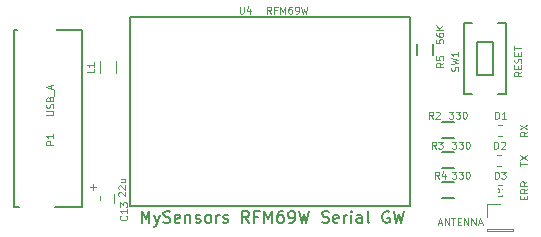
<source format=gto>
G04 #@! TF.GenerationSoftware,KiCad,Pcbnew,no-vcs-found-996cba7~58~ubuntu16.04.1*
G04 #@! TF.CreationDate,2017-03-17T17:02:03+02:00*
G04 #@! TF.ProjectId,serial_gw,73657269616C5F67772E6B696361645F,rev?*
G04 #@! TF.FileFunction,Legend,Top*
G04 #@! TF.FilePolarity,Positive*
%FSLAX46Y46*%
G04 Gerber Fmt 4.6, Leading zero omitted, Abs format (unit mm)*
G04 Created by KiCad (PCBNEW no-vcs-found-996cba7~58~ubuntu16.04.1) date Fri Mar 17 17:02:03 2017*
%MOMM*%
%LPD*%
G01*
G04 APERTURE LIST*
%ADD10C,0.100000*%
%ADD11C,0.120000*%
%ADD12C,0.200000*%
%ADD13C,0.150000*%
%ADD14R,1.750000X1.750000*%
%ADD15C,3.399740*%
%ADD16C,1.901140*%
%ADD17R,1.150000X1.600000*%
%ADD18R,2.000000X2.400000*%
%ADD19R,1.200000X1.200000*%
%ADD20R,1.600000X1.300000*%
%ADD21R,1.300000X1.600000*%
%ADD22R,3.400000X1.600000*%
G04 APERTURE END LIST*
D10*
D11*
X78071428Y-89642857D02*
X78528571Y-89642857D01*
X78300000Y-89871428D02*
X78300000Y-89414285D01*
D12*
X82424380Y-92654380D02*
X82424380Y-91654380D01*
X82757714Y-92368666D01*
X83091047Y-91654380D01*
X83091047Y-92654380D01*
X83472000Y-91987714D02*
X83710095Y-92654380D01*
X83948190Y-91987714D02*
X83710095Y-92654380D01*
X83614857Y-92892476D01*
X83567238Y-92940095D01*
X83472000Y-92987714D01*
X84281523Y-92606761D02*
X84424380Y-92654380D01*
X84662476Y-92654380D01*
X84757714Y-92606761D01*
X84805333Y-92559142D01*
X84852952Y-92463904D01*
X84852952Y-92368666D01*
X84805333Y-92273428D01*
X84757714Y-92225809D01*
X84662476Y-92178190D01*
X84472000Y-92130571D01*
X84376761Y-92082952D01*
X84329142Y-92035333D01*
X84281523Y-91940095D01*
X84281523Y-91844857D01*
X84329142Y-91749619D01*
X84376761Y-91702000D01*
X84472000Y-91654380D01*
X84710095Y-91654380D01*
X84852952Y-91702000D01*
X85662476Y-92606761D02*
X85567238Y-92654380D01*
X85376761Y-92654380D01*
X85281523Y-92606761D01*
X85233904Y-92511523D01*
X85233904Y-92130571D01*
X85281523Y-92035333D01*
X85376761Y-91987714D01*
X85567238Y-91987714D01*
X85662476Y-92035333D01*
X85710095Y-92130571D01*
X85710095Y-92225809D01*
X85233904Y-92321047D01*
X86138666Y-91987714D02*
X86138666Y-92654380D01*
X86138666Y-92082952D02*
X86186285Y-92035333D01*
X86281523Y-91987714D01*
X86424380Y-91987714D01*
X86519619Y-92035333D01*
X86567238Y-92130571D01*
X86567238Y-92654380D01*
X86995809Y-92606761D02*
X87091047Y-92654380D01*
X87281523Y-92654380D01*
X87376761Y-92606761D01*
X87424380Y-92511523D01*
X87424380Y-92463904D01*
X87376761Y-92368666D01*
X87281523Y-92321047D01*
X87138666Y-92321047D01*
X87043428Y-92273428D01*
X86995809Y-92178190D01*
X86995809Y-92130571D01*
X87043428Y-92035333D01*
X87138666Y-91987714D01*
X87281523Y-91987714D01*
X87376761Y-92035333D01*
X87995809Y-92654380D02*
X87900571Y-92606761D01*
X87852952Y-92559142D01*
X87805333Y-92463904D01*
X87805333Y-92178190D01*
X87852952Y-92082952D01*
X87900571Y-92035333D01*
X87995809Y-91987714D01*
X88138666Y-91987714D01*
X88233904Y-92035333D01*
X88281523Y-92082952D01*
X88329142Y-92178190D01*
X88329142Y-92463904D01*
X88281523Y-92559142D01*
X88233904Y-92606761D01*
X88138666Y-92654380D01*
X87995809Y-92654380D01*
X88757714Y-92654380D02*
X88757714Y-91987714D01*
X88757714Y-92178190D02*
X88805333Y-92082952D01*
X88852952Y-92035333D01*
X88948190Y-91987714D01*
X89043428Y-91987714D01*
X89329142Y-92606761D02*
X89424380Y-92654380D01*
X89614857Y-92654380D01*
X89710095Y-92606761D01*
X89757714Y-92511523D01*
X89757714Y-92463904D01*
X89710095Y-92368666D01*
X89614857Y-92321047D01*
X89472000Y-92321047D01*
X89376761Y-92273428D01*
X89329142Y-92178190D01*
X89329142Y-92130571D01*
X89376761Y-92035333D01*
X89472000Y-91987714D01*
X89614857Y-91987714D01*
X89710095Y-92035333D01*
X91519619Y-92654380D02*
X91186285Y-92178190D01*
X90948190Y-92654380D02*
X90948190Y-91654380D01*
X91329142Y-91654380D01*
X91424380Y-91702000D01*
X91472000Y-91749619D01*
X91519619Y-91844857D01*
X91519619Y-91987714D01*
X91472000Y-92082952D01*
X91424380Y-92130571D01*
X91329142Y-92178190D01*
X90948190Y-92178190D01*
X92281523Y-92130571D02*
X91948190Y-92130571D01*
X91948190Y-92654380D02*
X91948190Y-91654380D01*
X92424380Y-91654380D01*
X92805333Y-92654380D02*
X92805333Y-91654380D01*
X93138666Y-92368666D01*
X93472000Y-91654380D01*
X93472000Y-92654380D01*
X94376761Y-91654380D02*
X94186285Y-91654380D01*
X94091047Y-91702000D01*
X94043428Y-91749619D01*
X93948190Y-91892476D01*
X93900571Y-92082952D01*
X93900571Y-92463904D01*
X93948190Y-92559142D01*
X93995809Y-92606761D01*
X94091047Y-92654380D01*
X94281523Y-92654380D01*
X94376761Y-92606761D01*
X94424380Y-92559142D01*
X94472000Y-92463904D01*
X94472000Y-92225809D01*
X94424380Y-92130571D01*
X94376761Y-92082952D01*
X94281523Y-92035333D01*
X94091047Y-92035333D01*
X93995809Y-92082952D01*
X93948190Y-92130571D01*
X93900571Y-92225809D01*
X94948190Y-92654380D02*
X95138666Y-92654380D01*
X95233904Y-92606761D01*
X95281523Y-92559142D01*
X95376761Y-92416285D01*
X95424380Y-92225809D01*
X95424380Y-91844857D01*
X95376761Y-91749619D01*
X95329142Y-91702000D01*
X95233904Y-91654380D01*
X95043428Y-91654380D01*
X94948190Y-91702000D01*
X94900571Y-91749619D01*
X94852952Y-91844857D01*
X94852952Y-92082952D01*
X94900571Y-92178190D01*
X94948190Y-92225809D01*
X95043428Y-92273428D01*
X95233904Y-92273428D01*
X95329142Y-92225809D01*
X95376761Y-92178190D01*
X95424380Y-92082952D01*
X95757714Y-91654380D02*
X95995809Y-92654380D01*
X96186285Y-91940095D01*
X96376761Y-92654380D01*
X96614857Y-91654380D01*
X97710095Y-92606761D02*
X97852952Y-92654380D01*
X98091047Y-92654380D01*
X98186285Y-92606761D01*
X98233904Y-92559142D01*
X98281523Y-92463904D01*
X98281523Y-92368666D01*
X98233904Y-92273428D01*
X98186285Y-92225809D01*
X98091047Y-92178190D01*
X97900571Y-92130571D01*
X97805333Y-92082952D01*
X97757714Y-92035333D01*
X97710095Y-91940095D01*
X97710095Y-91844857D01*
X97757714Y-91749619D01*
X97805333Y-91702000D01*
X97900571Y-91654380D01*
X98138666Y-91654380D01*
X98281523Y-91702000D01*
X99091047Y-92606761D02*
X98995809Y-92654380D01*
X98805333Y-92654380D01*
X98710095Y-92606761D01*
X98662476Y-92511523D01*
X98662476Y-92130571D01*
X98710095Y-92035333D01*
X98805333Y-91987714D01*
X98995809Y-91987714D01*
X99091047Y-92035333D01*
X99138666Y-92130571D01*
X99138666Y-92225809D01*
X98662476Y-92321047D01*
X99567238Y-92654380D02*
X99567238Y-91987714D01*
X99567238Y-92178190D02*
X99614857Y-92082952D01*
X99662476Y-92035333D01*
X99757714Y-91987714D01*
X99852952Y-91987714D01*
X100186285Y-92654380D02*
X100186285Y-91987714D01*
X100186285Y-91654380D02*
X100138666Y-91702000D01*
X100186285Y-91749619D01*
X100233904Y-91702000D01*
X100186285Y-91654380D01*
X100186285Y-91749619D01*
X101091047Y-92654380D02*
X101091047Y-92130571D01*
X101043428Y-92035333D01*
X100948190Y-91987714D01*
X100757714Y-91987714D01*
X100662476Y-92035333D01*
X101091047Y-92606761D02*
X100995809Y-92654380D01*
X100757714Y-92654380D01*
X100662476Y-92606761D01*
X100614857Y-92511523D01*
X100614857Y-92416285D01*
X100662476Y-92321047D01*
X100757714Y-92273428D01*
X100995809Y-92273428D01*
X101091047Y-92225809D01*
X101710095Y-92654380D02*
X101614857Y-92606761D01*
X101567238Y-92511523D01*
X101567238Y-91654380D01*
X103376761Y-91702000D02*
X103281523Y-91654380D01*
X103138666Y-91654380D01*
X102995809Y-91702000D01*
X102900571Y-91797238D01*
X102852952Y-91892476D01*
X102805333Y-92082952D01*
X102805333Y-92225809D01*
X102852952Y-92416285D01*
X102900571Y-92511523D01*
X102995809Y-92606761D01*
X103138666Y-92654380D01*
X103233904Y-92654380D01*
X103376761Y-92606761D01*
X103424380Y-92559142D01*
X103424380Y-92225809D01*
X103233904Y-92225809D01*
X103757714Y-91654380D02*
X103995809Y-92654380D01*
X104186285Y-91940095D01*
X104376761Y-92654380D01*
X104614857Y-91654380D01*
D11*
X111656000Y-93202000D02*
X111656000Y-93322000D01*
X111656000Y-93322000D02*
X113896000Y-93322000D01*
X113896000Y-93322000D02*
X113896000Y-93202000D01*
X113896000Y-93202000D02*
X111656000Y-93202000D01*
X111656000Y-92202000D02*
X111656000Y-91082000D01*
X111656000Y-91082000D02*
X112776000Y-91082000D01*
D13*
X71604880Y-91359000D02*
X72107387Y-91359000D01*
X75004351Y-91359000D02*
X77350000Y-91359000D01*
X75203930Y-76373000D02*
X77350000Y-76373000D01*
X71604880Y-91359000D02*
X71604880Y-76373000D01*
X77350000Y-91359000D02*
X77350000Y-76373000D01*
X71604526Y-76373000D02*
X71907046Y-76373000D01*
D11*
X80102000Y-90262000D02*
X80102000Y-90962000D01*
X78902000Y-90962000D02*
X78902000Y-90262000D01*
D13*
X110806000Y-80140000D02*
X110806000Y-77340000D01*
X110806000Y-77340000D02*
X112206000Y-77340000D01*
X112206000Y-77340000D02*
X112206000Y-80140000D01*
X112206000Y-80140000D02*
X110806000Y-80140000D01*
X109756000Y-75740000D02*
X110406000Y-75740000D01*
X113256000Y-75740000D02*
X112606000Y-75740000D01*
X112606000Y-81740000D02*
X113256000Y-81740000D01*
X109756000Y-81740000D02*
X110406000Y-81740000D01*
X109756000Y-75740000D02*
X109756000Y-81740000D01*
X113256000Y-81740000D02*
X113256000Y-75740000D01*
D11*
X114114000Y-85336000D02*
X112014000Y-85336000D01*
X114114000Y-84336000D02*
X112014000Y-84336000D01*
X114114000Y-85336000D02*
X114114000Y-84336000D01*
X114038000Y-87876000D02*
X114038000Y-86876000D01*
X114038000Y-86876000D02*
X111938000Y-86876000D01*
X114038000Y-87876000D02*
X111938000Y-87876000D01*
X114114000Y-90416000D02*
X112014000Y-90416000D01*
X114114000Y-89416000D02*
X112014000Y-89416000D01*
X114114000Y-90416000D02*
X114114000Y-89416000D01*
D13*
X107874000Y-84161000D02*
X108874000Y-84161000D01*
X108874000Y-85511000D02*
X107874000Y-85511000D01*
X108874000Y-88051000D02*
X107874000Y-88051000D01*
X107874000Y-86701000D02*
X108874000Y-86701000D01*
X107874000Y-89241000D02*
X108874000Y-89241000D01*
X108874000Y-90591000D02*
X107874000Y-90591000D01*
X105751000Y-78478000D02*
X105751000Y-77478000D01*
X107101000Y-77478000D02*
X107101000Y-78478000D01*
X81480000Y-75264000D02*
X105180000Y-75264000D01*
X105180000Y-75264000D02*
X105180000Y-91264000D01*
X105180000Y-91264000D02*
X81480000Y-91264000D01*
X81480000Y-91264000D02*
X81480000Y-75264000D01*
D11*
X78920000Y-80000000D02*
X78920000Y-79000000D01*
X80280000Y-79000000D02*
X80280000Y-80000000D01*
X112333142Y-90353428D02*
X112333142Y-89753428D01*
X112561714Y-89753428D01*
X112618857Y-89782000D01*
X112647428Y-89810571D01*
X112676000Y-89867714D01*
X112676000Y-89953428D01*
X112647428Y-90010571D01*
X112618857Y-90039142D01*
X112561714Y-90067714D01*
X112333142Y-90067714D01*
X112904571Y-89810571D02*
X112933142Y-89782000D01*
X112990285Y-89753428D01*
X113133142Y-89753428D01*
X113190285Y-89782000D01*
X113218857Y-89810571D01*
X113247428Y-89867714D01*
X113247428Y-89924857D01*
X113218857Y-90010571D01*
X112876000Y-90353428D01*
X113247428Y-90353428D01*
X107557142Y-92700000D02*
X107842857Y-92700000D01*
X107500000Y-92871428D02*
X107700000Y-92271428D01*
X107900000Y-92871428D01*
X108100000Y-92871428D02*
X108100000Y-92271428D01*
X108442857Y-92871428D01*
X108442857Y-92271428D01*
X108642857Y-92271428D02*
X108985714Y-92271428D01*
X108814285Y-92871428D02*
X108814285Y-92271428D01*
X109185714Y-92557142D02*
X109385714Y-92557142D01*
X109471428Y-92871428D02*
X109185714Y-92871428D01*
X109185714Y-92271428D01*
X109471428Y-92271428D01*
X109728571Y-92871428D02*
X109728571Y-92271428D01*
X110071428Y-92871428D01*
X110071428Y-92271428D01*
X110357142Y-92871428D02*
X110357142Y-92271428D01*
X110700000Y-92871428D01*
X110700000Y-92271428D01*
X110957142Y-92700000D02*
X111242857Y-92700000D01*
X110900000Y-92871428D02*
X111100000Y-92271428D01*
X111300000Y-92871428D01*
X74947428Y-86040857D02*
X74347428Y-86040857D01*
X74347428Y-85812285D01*
X74376000Y-85755142D01*
X74404571Y-85726571D01*
X74461714Y-85698000D01*
X74547428Y-85698000D01*
X74604571Y-85726571D01*
X74633142Y-85755142D01*
X74661714Y-85812285D01*
X74661714Y-86040857D01*
X74947428Y-85126571D02*
X74947428Y-85469428D01*
X74947428Y-85298000D02*
X74347428Y-85298000D01*
X74433142Y-85355142D01*
X74490285Y-85412285D01*
X74518857Y-85469428D01*
X74347428Y-83538857D02*
X74833142Y-83538857D01*
X74890285Y-83510285D01*
X74918857Y-83481714D01*
X74947428Y-83424571D01*
X74947428Y-83310285D01*
X74918857Y-83253142D01*
X74890285Y-83224571D01*
X74833142Y-83196000D01*
X74347428Y-83196000D01*
X74918857Y-82938857D02*
X74947428Y-82853142D01*
X74947428Y-82710285D01*
X74918857Y-82653142D01*
X74890285Y-82624571D01*
X74833142Y-82596000D01*
X74776000Y-82596000D01*
X74718857Y-82624571D01*
X74690285Y-82653142D01*
X74661714Y-82710285D01*
X74633142Y-82824571D01*
X74604571Y-82881714D01*
X74576000Y-82910285D01*
X74518857Y-82938857D01*
X74461714Y-82938857D01*
X74404571Y-82910285D01*
X74376000Y-82881714D01*
X74347428Y-82824571D01*
X74347428Y-82681714D01*
X74376000Y-82596000D01*
X74633142Y-82138857D02*
X74661714Y-82053142D01*
X74690285Y-82024571D01*
X74747428Y-81996000D01*
X74833142Y-81996000D01*
X74890285Y-82024571D01*
X74918857Y-82053142D01*
X74947428Y-82110285D01*
X74947428Y-82338857D01*
X74347428Y-82338857D01*
X74347428Y-82138857D01*
X74376000Y-82081714D01*
X74404571Y-82053142D01*
X74461714Y-82024571D01*
X74518857Y-82024571D01*
X74576000Y-82053142D01*
X74604571Y-82081714D01*
X74633142Y-82138857D01*
X74633142Y-82338857D01*
X75004571Y-81881714D02*
X75004571Y-81424571D01*
X74776000Y-81310285D02*
X74776000Y-81024571D01*
X74947428Y-81367428D02*
X74347428Y-81167428D01*
X74947428Y-80967428D01*
X81130285Y-92079714D02*
X81158857Y-92108285D01*
X81187428Y-92194000D01*
X81187428Y-92251142D01*
X81158857Y-92336857D01*
X81101714Y-92394000D01*
X81044571Y-92422571D01*
X80930285Y-92451142D01*
X80844571Y-92451142D01*
X80730285Y-92422571D01*
X80673142Y-92394000D01*
X80616000Y-92336857D01*
X80587428Y-92251142D01*
X80587428Y-92194000D01*
X80616000Y-92108285D01*
X80644571Y-92079714D01*
X81187428Y-91508285D02*
X81187428Y-91851142D01*
X81187428Y-91679714D02*
X80587428Y-91679714D01*
X80673142Y-91736857D01*
X80730285Y-91794000D01*
X80758857Y-91851142D01*
X80587428Y-91308285D02*
X80587428Y-90936857D01*
X80816000Y-91136857D01*
X80816000Y-91051142D01*
X80844571Y-90994000D01*
X80873142Y-90965428D01*
X80930285Y-90936857D01*
X81073142Y-90936857D01*
X81130285Y-90965428D01*
X81158857Y-90994000D01*
X81187428Y-91051142D01*
X81187428Y-91222571D01*
X81158857Y-91279714D01*
X81130285Y-91308285D01*
X80500571Y-90390571D02*
X80472000Y-90362000D01*
X80443428Y-90304857D01*
X80443428Y-90162000D01*
X80472000Y-90104857D01*
X80500571Y-90076285D01*
X80557714Y-90047714D01*
X80614857Y-90047714D01*
X80700571Y-90076285D01*
X81043428Y-90419142D01*
X81043428Y-90047714D01*
X80500571Y-89819142D02*
X80472000Y-89790571D01*
X80443428Y-89733428D01*
X80443428Y-89590571D01*
X80472000Y-89533428D01*
X80500571Y-89504857D01*
X80557714Y-89476285D01*
X80614857Y-89476285D01*
X80700571Y-89504857D01*
X81043428Y-89847714D01*
X81043428Y-89476285D01*
X80643428Y-88962000D02*
X81043428Y-88962000D01*
X80643428Y-89219142D02*
X80957714Y-89219142D01*
X81014857Y-89190571D01*
X81043428Y-89133428D01*
X81043428Y-89047714D01*
X81014857Y-88990571D01*
X80986285Y-88962000D01*
X109208857Y-79794000D02*
X109237428Y-79708285D01*
X109237428Y-79565428D01*
X109208857Y-79508285D01*
X109180285Y-79479714D01*
X109123142Y-79451142D01*
X109066000Y-79451142D01*
X109008857Y-79479714D01*
X108980285Y-79508285D01*
X108951714Y-79565428D01*
X108923142Y-79679714D01*
X108894571Y-79736857D01*
X108866000Y-79765428D01*
X108808857Y-79794000D01*
X108751714Y-79794000D01*
X108694571Y-79765428D01*
X108666000Y-79736857D01*
X108637428Y-79679714D01*
X108637428Y-79536857D01*
X108666000Y-79451142D01*
X108637428Y-79251142D02*
X109237428Y-79108285D01*
X108808857Y-78994000D01*
X109237428Y-78879714D01*
X108637428Y-78736857D01*
X109237428Y-78194000D02*
X109237428Y-78536857D01*
X109237428Y-78365428D02*
X108637428Y-78365428D01*
X108723142Y-78422571D01*
X108780285Y-78479714D01*
X108808857Y-78536857D01*
X114571428Y-79865428D02*
X114285714Y-80065428D01*
X114571428Y-80208285D02*
X113971428Y-80208285D01*
X113971428Y-79979714D01*
X114000000Y-79922571D01*
X114028571Y-79894000D01*
X114085714Y-79865428D01*
X114171428Y-79865428D01*
X114228571Y-79894000D01*
X114257142Y-79922571D01*
X114285714Y-79979714D01*
X114285714Y-80208285D01*
X114257142Y-79608285D02*
X114257142Y-79408285D01*
X114571428Y-79322571D02*
X114571428Y-79608285D01*
X113971428Y-79608285D01*
X113971428Y-79322571D01*
X114542857Y-79094000D02*
X114571428Y-79008285D01*
X114571428Y-78865428D01*
X114542857Y-78808285D01*
X114514285Y-78779714D01*
X114457142Y-78751142D01*
X114400000Y-78751142D01*
X114342857Y-78779714D01*
X114314285Y-78808285D01*
X114285714Y-78865428D01*
X114257142Y-78979714D01*
X114228571Y-79036857D01*
X114200000Y-79065428D01*
X114142857Y-79094000D01*
X114085714Y-79094000D01*
X114028571Y-79065428D01*
X114000000Y-79036857D01*
X113971428Y-78979714D01*
X113971428Y-78836857D01*
X114000000Y-78751142D01*
X114257142Y-78494000D02*
X114257142Y-78294000D01*
X114571428Y-78208285D02*
X114571428Y-78494000D01*
X113971428Y-78494000D01*
X113971428Y-78208285D01*
X113971428Y-78036857D02*
X113971428Y-77694000D01*
X114571428Y-77865428D02*
X113971428Y-77865428D01*
X112371142Y-83837428D02*
X112371142Y-83237428D01*
X112514000Y-83237428D01*
X112599714Y-83266000D01*
X112656857Y-83323142D01*
X112685428Y-83380285D01*
X112714000Y-83494571D01*
X112714000Y-83580285D01*
X112685428Y-83694571D01*
X112656857Y-83751714D01*
X112599714Y-83808857D01*
X112514000Y-83837428D01*
X112371142Y-83837428D01*
X113285428Y-83837428D02*
X112942571Y-83837428D01*
X113114000Y-83837428D02*
X113114000Y-83237428D01*
X113056857Y-83323142D01*
X112999714Y-83380285D01*
X112942571Y-83408857D01*
X115079428Y-84936000D02*
X114793714Y-85136000D01*
X115079428Y-85278857D02*
X114479428Y-85278857D01*
X114479428Y-85050285D01*
X114508000Y-84993142D01*
X114536571Y-84964571D01*
X114593714Y-84936000D01*
X114679428Y-84936000D01*
X114736571Y-84964571D01*
X114765142Y-84993142D01*
X114793714Y-85050285D01*
X114793714Y-85278857D01*
X114479428Y-84736000D02*
X115079428Y-84336000D01*
X114479428Y-84336000D02*
X115079428Y-84736000D01*
X112295142Y-86377428D02*
X112295142Y-85777428D01*
X112438000Y-85777428D01*
X112523714Y-85806000D01*
X112580857Y-85863142D01*
X112609428Y-85920285D01*
X112638000Y-86034571D01*
X112638000Y-86120285D01*
X112609428Y-86234571D01*
X112580857Y-86291714D01*
X112523714Y-86348857D01*
X112438000Y-86377428D01*
X112295142Y-86377428D01*
X112866571Y-85834571D02*
X112895142Y-85806000D01*
X112952285Y-85777428D01*
X113095142Y-85777428D01*
X113152285Y-85806000D01*
X113180857Y-85834571D01*
X113209428Y-85891714D01*
X113209428Y-85948857D01*
X113180857Y-86034571D01*
X112838000Y-86377428D01*
X113209428Y-86377428D01*
X114479428Y-87833142D02*
X114479428Y-87490285D01*
X115079428Y-87661714D02*
X114479428Y-87661714D01*
X114479428Y-87347428D02*
X115079428Y-86947428D01*
X114479428Y-86947428D02*
X115079428Y-87347428D01*
X112333142Y-88917428D02*
X112333142Y-88317428D01*
X112476000Y-88317428D01*
X112561714Y-88346000D01*
X112618857Y-88403142D01*
X112647428Y-88460285D01*
X112676000Y-88574571D01*
X112676000Y-88660285D01*
X112647428Y-88774571D01*
X112618857Y-88831714D01*
X112561714Y-88888857D01*
X112476000Y-88917428D01*
X112333142Y-88917428D01*
X112876000Y-88317428D02*
X113247428Y-88317428D01*
X113047428Y-88546000D01*
X113133142Y-88546000D01*
X113190285Y-88574571D01*
X113218857Y-88603142D01*
X113247428Y-88660285D01*
X113247428Y-88803142D01*
X113218857Y-88860285D01*
X113190285Y-88888857D01*
X113133142Y-88917428D01*
X112961714Y-88917428D01*
X112904571Y-88888857D01*
X112876000Y-88860285D01*
X114765142Y-90644571D02*
X114765142Y-90444571D01*
X115079428Y-90358857D02*
X115079428Y-90644571D01*
X114479428Y-90644571D01*
X114479428Y-90358857D01*
X115079428Y-89758857D02*
X114793714Y-89958857D01*
X115079428Y-90101714D02*
X114479428Y-90101714D01*
X114479428Y-89873142D01*
X114508000Y-89816000D01*
X114536571Y-89787428D01*
X114593714Y-89758857D01*
X114679428Y-89758857D01*
X114736571Y-89787428D01*
X114765142Y-89816000D01*
X114793714Y-89873142D01*
X114793714Y-90101714D01*
X115079428Y-89158857D02*
X114793714Y-89358857D01*
X115079428Y-89501714D02*
X114479428Y-89501714D01*
X114479428Y-89273142D01*
X114508000Y-89216000D01*
X114536571Y-89187428D01*
X114593714Y-89158857D01*
X114679428Y-89158857D01*
X114736571Y-89187428D01*
X114765142Y-89216000D01*
X114793714Y-89273142D01*
X114793714Y-89501714D01*
X107088000Y-83837428D02*
X106888000Y-83551714D01*
X106745142Y-83837428D02*
X106745142Y-83237428D01*
X106973714Y-83237428D01*
X107030857Y-83266000D01*
X107059428Y-83294571D01*
X107088000Y-83351714D01*
X107088000Y-83437428D01*
X107059428Y-83494571D01*
X107030857Y-83523142D01*
X106973714Y-83551714D01*
X106745142Y-83551714D01*
X107316571Y-83294571D02*
X107345142Y-83266000D01*
X107402285Y-83237428D01*
X107545142Y-83237428D01*
X107602285Y-83266000D01*
X107630857Y-83294571D01*
X107659428Y-83351714D01*
X107659428Y-83408857D01*
X107630857Y-83494571D01*
X107288000Y-83837428D01*
X107659428Y-83837428D01*
X108448571Y-83237428D02*
X108820000Y-83237428D01*
X108620000Y-83466000D01*
X108705714Y-83466000D01*
X108762857Y-83494571D01*
X108791428Y-83523142D01*
X108820000Y-83580285D01*
X108820000Y-83723142D01*
X108791428Y-83780285D01*
X108762857Y-83808857D01*
X108705714Y-83837428D01*
X108534285Y-83837428D01*
X108477142Y-83808857D01*
X108448571Y-83780285D01*
X109020000Y-83237428D02*
X109391428Y-83237428D01*
X109191428Y-83466000D01*
X109277142Y-83466000D01*
X109334285Y-83494571D01*
X109362857Y-83523142D01*
X109391428Y-83580285D01*
X109391428Y-83723142D01*
X109362857Y-83780285D01*
X109334285Y-83808857D01*
X109277142Y-83837428D01*
X109105714Y-83837428D01*
X109048571Y-83808857D01*
X109020000Y-83780285D01*
X109762857Y-83237428D02*
X109820000Y-83237428D01*
X109877142Y-83266000D01*
X109905714Y-83294571D01*
X109934285Y-83351714D01*
X109962857Y-83466000D01*
X109962857Y-83608857D01*
X109934285Y-83723142D01*
X109905714Y-83780285D01*
X109877142Y-83808857D01*
X109820000Y-83837428D01*
X109762857Y-83837428D01*
X109705714Y-83808857D01*
X109677142Y-83780285D01*
X109648571Y-83723142D01*
X109620000Y-83608857D01*
X109620000Y-83466000D01*
X109648571Y-83351714D01*
X109677142Y-83294571D01*
X109705714Y-83266000D01*
X109762857Y-83237428D01*
X107342000Y-86377428D02*
X107142000Y-86091714D01*
X106999142Y-86377428D02*
X106999142Y-85777428D01*
X107227714Y-85777428D01*
X107284857Y-85806000D01*
X107313428Y-85834571D01*
X107342000Y-85891714D01*
X107342000Y-85977428D01*
X107313428Y-86034571D01*
X107284857Y-86063142D01*
X107227714Y-86091714D01*
X106999142Y-86091714D01*
X107542000Y-85777428D02*
X107913428Y-85777428D01*
X107713428Y-86006000D01*
X107799142Y-86006000D01*
X107856285Y-86034571D01*
X107884857Y-86063142D01*
X107913428Y-86120285D01*
X107913428Y-86263142D01*
X107884857Y-86320285D01*
X107856285Y-86348857D01*
X107799142Y-86377428D01*
X107627714Y-86377428D01*
X107570571Y-86348857D01*
X107542000Y-86320285D01*
X108702571Y-85777428D02*
X109074000Y-85777428D01*
X108874000Y-86006000D01*
X108959714Y-86006000D01*
X109016857Y-86034571D01*
X109045428Y-86063142D01*
X109074000Y-86120285D01*
X109074000Y-86263142D01*
X109045428Y-86320285D01*
X109016857Y-86348857D01*
X108959714Y-86377428D01*
X108788285Y-86377428D01*
X108731142Y-86348857D01*
X108702571Y-86320285D01*
X109274000Y-85777428D02*
X109645428Y-85777428D01*
X109445428Y-86006000D01*
X109531142Y-86006000D01*
X109588285Y-86034571D01*
X109616857Y-86063142D01*
X109645428Y-86120285D01*
X109645428Y-86263142D01*
X109616857Y-86320285D01*
X109588285Y-86348857D01*
X109531142Y-86377428D01*
X109359714Y-86377428D01*
X109302571Y-86348857D01*
X109274000Y-86320285D01*
X110016857Y-85777428D02*
X110074000Y-85777428D01*
X110131142Y-85806000D01*
X110159714Y-85834571D01*
X110188285Y-85891714D01*
X110216857Y-86006000D01*
X110216857Y-86148857D01*
X110188285Y-86263142D01*
X110159714Y-86320285D01*
X110131142Y-86348857D01*
X110074000Y-86377428D01*
X110016857Y-86377428D01*
X109959714Y-86348857D01*
X109931142Y-86320285D01*
X109902571Y-86263142D01*
X109874000Y-86148857D01*
X109874000Y-86006000D01*
X109902571Y-85891714D01*
X109931142Y-85834571D01*
X109959714Y-85806000D01*
X110016857Y-85777428D01*
X107596000Y-88917428D02*
X107396000Y-88631714D01*
X107253142Y-88917428D02*
X107253142Y-88317428D01*
X107481714Y-88317428D01*
X107538857Y-88346000D01*
X107567428Y-88374571D01*
X107596000Y-88431714D01*
X107596000Y-88517428D01*
X107567428Y-88574571D01*
X107538857Y-88603142D01*
X107481714Y-88631714D01*
X107253142Y-88631714D01*
X108110285Y-88517428D02*
X108110285Y-88917428D01*
X107967428Y-88288857D02*
X107824571Y-88717428D01*
X108196000Y-88717428D01*
X108702571Y-88317428D02*
X109074000Y-88317428D01*
X108874000Y-88546000D01*
X108959714Y-88546000D01*
X109016857Y-88574571D01*
X109045428Y-88603142D01*
X109074000Y-88660285D01*
X109074000Y-88803142D01*
X109045428Y-88860285D01*
X109016857Y-88888857D01*
X108959714Y-88917428D01*
X108788285Y-88917428D01*
X108731142Y-88888857D01*
X108702571Y-88860285D01*
X109274000Y-88317428D02*
X109645428Y-88317428D01*
X109445428Y-88546000D01*
X109531142Y-88546000D01*
X109588285Y-88574571D01*
X109616857Y-88603142D01*
X109645428Y-88660285D01*
X109645428Y-88803142D01*
X109616857Y-88860285D01*
X109588285Y-88888857D01*
X109531142Y-88917428D01*
X109359714Y-88917428D01*
X109302571Y-88888857D01*
X109274000Y-88860285D01*
X110016857Y-88317428D02*
X110074000Y-88317428D01*
X110131142Y-88346000D01*
X110159714Y-88374571D01*
X110188285Y-88431714D01*
X110216857Y-88546000D01*
X110216857Y-88688857D01*
X110188285Y-88803142D01*
X110159714Y-88860285D01*
X110131142Y-88888857D01*
X110074000Y-88917428D01*
X110016857Y-88917428D01*
X109959714Y-88888857D01*
X109931142Y-88860285D01*
X109902571Y-88803142D01*
X109874000Y-88688857D01*
X109874000Y-88546000D01*
X109902571Y-88431714D01*
X109931142Y-88374571D01*
X109959714Y-88346000D01*
X110016857Y-88317428D01*
X107967428Y-79094000D02*
X107681714Y-79294000D01*
X107967428Y-79436857D02*
X107367428Y-79436857D01*
X107367428Y-79208285D01*
X107396000Y-79151142D01*
X107424571Y-79122571D01*
X107481714Y-79094000D01*
X107567428Y-79094000D01*
X107624571Y-79122571D01*
X107653142Y-79151142D01*
X107681714Y-79208285D01*
X107681714Y-79436857D01*
X107367428Y-78551142D02*
X107367428Y-78836857D01*
X107653142Y-78865428D01*
X107624571Y-78836857D01*
X107596000Y-78779714D01*
X107596000Y-78636857D01*
X107624571Y-78579714D01*
X107653142Y-78551142D01*
X107710285Y-78522571D01*
X107853142Y-78522571D01*
X107910285Y-78551142D01*
X107938857Y-78579714D01*
X107967428Y-78636857D01*
X107967428Y-78779714D01*
X107938857Y-78836857D01*
X107910285Y-78865428D01*
X107367428Y-77150857D02*
X107367428Y-77436571D01*
X107653142Y-77465142D01*
X107624571Y-77436571D01*
X107596000Y-77379428D01*
X107596000Y-77236571D01*
X107624571Y-77179428D01*
X107653142Y-77150857D01*
X107710285Y-77122285D01*
X107853142Y-77122285D01*
X107910285Y-77150857D01*
X107938857Y-77179428D01*
X107967428Y-77236571D01*
X107967428Y-77379428D01*
X107938857Y-77436571D01*
X107910285Y-77465142D01*
X107367428Y-76608000D02*
X107367428Y-76722285D01*
X107396000Y-76779428D01*
X107424571Y-76808000D01*
X107510285Y-76865142D01*
X107624571Y-76893714D01*
X107853142Y-76893714D01*
X107910285Y-76865142D01*
X107938857Y-76836571D01*
X107967428Y-76779428D01*
X107967428Y-76665142D01*
X107938857Y-76608000D01*
X107910285Y-76579428D01*
X107853142Y-76550857D01*
X107710285Y-76550857D01*
X107653142Y-76579428D01*
X107624571Y-76608000D01*
X107596000Y-76665142D01*
X107596000Y-76779428D01*
X107624571Y-76836571D01*
X107653142Y-76865142D01*
X107710285Y-76893714D01*
X107967428Y-76293714D02*
X107367428Y-76293714D01*
X107967428Y-75950857D02*
X107624571Y-76208000D01*
X107367428Y-75950857D02*
X107710285Y-76293714D01*
X90728857Y-74347428D02*
X90728857Y-74833142D01*
X90757428Y-74890285D01*
X90786000Y-74918857D01*
X90843142Y-74947428D01*
X90957428Y-74947428D01*
X91014571Y-74918857D01*
X91043142Y-74890285D01*
X91071714Y-74833142D01*
X91071714Y-74347428D01*
X91614571Y-74547428D02*
X91614571Y-74947428D01*
X91471714Y-74318857D02*
X91328857Y-74747428D01*
X91700285Y-74747428D01*
X93413428Y-74947428D02*
X93213428Y-74661714D01*
X93070571Y-74947428D02*
X93070571Y-74347428D01*
X93299142Y-74347428D01*
X93356285Y-74376000D01*
X93384857Y-74404571D01*
X93413428Y-74461714D01*
X93413428Y-74547428D01*
X93384857Y-74604571D01*
X93356285Y-74633142D01*
X93299142Y-74661714D01*
X93070571Y-74661714D01*
X93870571Y-74633142D02*
X93670571Y-74633142D01*
X93670571Y-74947428D02*
X93670571Y-74347428D01*
X93956285Y-74347428D01*
X94184857Y-74947428D02*
X94184857Y-74347428D01*
X94384857Y-74776000D01*
X94584857Y-74347428D01*
X94584857Y-74947428D01*
X95127714Y-74347428D02*
X95013428Y-74347428D01*
X94956285Y-74376000D01*
X94927714Y-74404571D01*
X94870571Y-74490285D01*
X94842000Y-74604571D01*
X94842000Y-74833142D01*
X94870571Y-74890285D01*
X94899142Y-74918857D01*
X94956285Y-74947428D01*
X95070571Y-74947428D01*
X95127714Y-74918857D01*
X95156285Y-74890285D01*
X95184857Y-74833142D01*
X95184857Y-74690285D01*
X95156285Y-74633142D01*
X95127714Y-74604571D01*
X95070571Y-74576000D01*
X94956285Y-74576000D01*
X94899142Y-74604571D01*
X94870571Y-74633142D01*
X94842000Y-74690285D01*
X95470571Y-74947428D02*
X95584857Y-74947428D01*
X95642000Y-74918857D01*
X95670571Y-74890285D01*
X95727714Y-74804571D01*
X95756285Y-74690285D01*
X95756285Y-74461714D01*
X95727714Y-74404571D01*
X95699142Y-74376000D01*
X95642000Y-74347428D01*
X95527714Y-74347428D01*
X95470571Y-74376000D01*
X95442000Y-74404571D01*
X95413428Y-74461714D01*
X95413428Y-74604571D01*
X95442000Y-74661714D01*
X95470571Y-74690285D01*
X95527714Y-74718857D01*
X95642000Y-74718857D01*
X95699142Y-74690285D01*
X95727714Y-74661714D01*
X95756285Y-74604571D01*
X95956285Y-74347428D02*
X96099142Y-74947428D01*
X96213428Y-74518857D01*
X96327714Y-74947428D01*
X96470571Y-74347428D01*
X78421428Y-79600000D02*
X78421428Y-79885714D01*
X77821428Y-79885714D01*
X78421428Y-79085714D02*
X78421428Y-79428571D01*
X78421428Y-79257142D02*
X77821428Y-79257142D01*
X77907142Y-79314285D01*
X77964285Y-79371428D01*
X77992857Y-79428571D01*
%LPC*%
D14*
X112776000Y-92202000D03*
D15*
X73540000Y-76754000D03*
X73540000Y-90470000D03*
D16*
X76207000Y-80310000D03*
X76207000Y-82850000D03*
X76207000Y-84882000D03*
X76207000Y-87422000D03*
D17*
X79502000Y-89662000D03*
X79502000Y-91562000D03*
D18*
X111506000Y-76040000D03*
X111506000Y-81440000D03*
D19*
X113614000Y-84836000D03*
X112014000Y-84836000D03*
X111938000Y-87376000D03*
X113538000Y-87376000D03*
X113614000Y-89916000D03*
X112014000Y-89916000D03*
D20*
X109474000Y-84836000D03*
X107274000Y-84836000D03*
X107274000Y-87376000D03*
X109474000Y-87376000D03*
X109474000Y-89916000D03*
X107274000Y-89916000D03*
D21*
X106426000Y-76878000D03*
X106426000Y-79078000D03*
D22*
X103180000Y-76264000D03*
X103180000Y-78264000D03*
X103180000Y-80264000D03*
X103180000Y-82264000D03*
X103180000Y-84264000D03*
X103180000Y-86264000D03*
X103180000Y-88264000D03*
X103180000Y-90264000D03*
X83480000Y-90264000D03*
X83480000Y-88264000D03*
X83480000Y-86264000D03*
X83480000Y-84264000D03*
X83480000Y-82264000D03*
X83480000Y-80264000D03*
X83480000Y-78264000D03*
X83480000Y-76264000D03*
D21*
X79600000Y-78400000D03*
X79600000Y-80600000D03*
M02*

</source>
